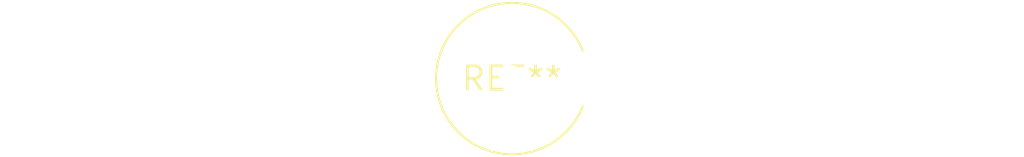
<source format=kicad_pcb>
(kicad_pcb (version 20240108) (generator pcbnew)
  (layers (0 "F.Cu" signal) (31 "B.Cu" signal) (34 "B.Paste" user) (35 "F.Paste" user) (36 "B.SilkS" user "B.Silkscreen") (37 "F.SilkS" user "F.Silkscreen") (38 "B.Mask" user) (39 "F.Mask" user) (44 "Edge.Cuts" user))
  (net 0 "")
  (footprint "L_Axial_L30.0mm_D8.0mm_P5.08mm_Vertical_Fastron_77A" (layer "F.Cu") (at 0 0)
    (property "Reference" "REF**")
    (property "Value" "L_Axial_L30.0mm_D8.0mm_P5.08mm_Vertical_Fastron_77A")
    (fp_arc (start 3.82936 1.52) (mid -4.12 0) (end 3.82936 -1.52) (layer "F.SilkS") (stroke (width 0.12)))
    (pad "1" thru_hole circle (at 0 0) (size 2.8 2.8) (drill 1.4) (layers *.Cu *.Mask) (remove_unused_layers))
    (pad "2" thru_hole oval (at 5.08 0) (size 2.8 2.8) (drill 1.4) (layers *.Cu *.Mask) (remove_unused_layers))
  )
)
</source>
